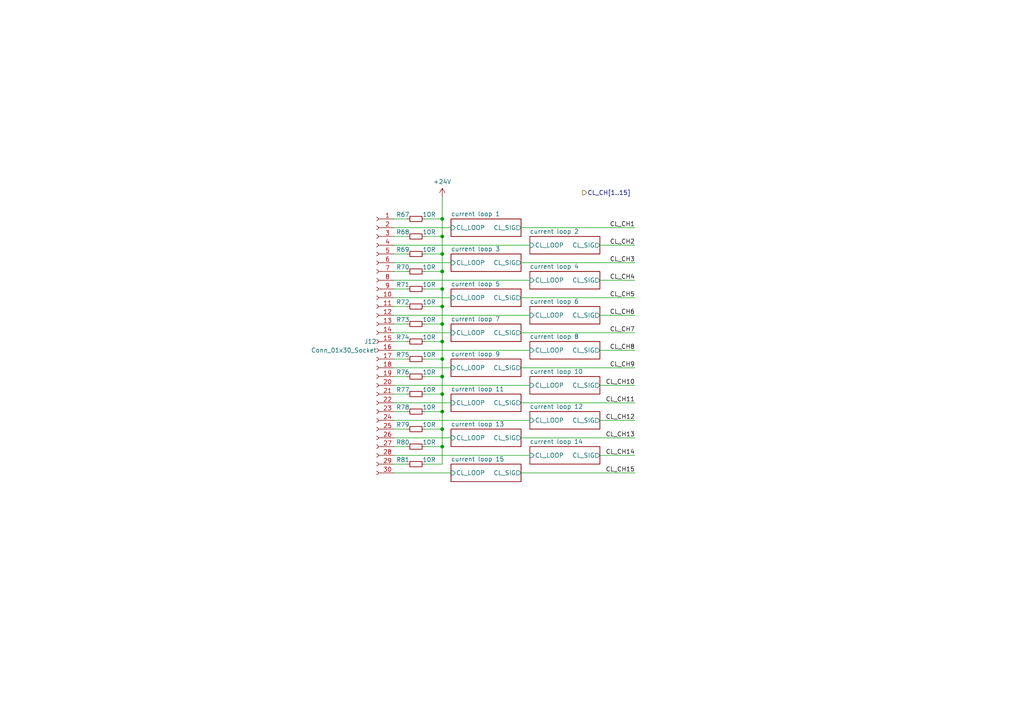
<source format=kicad_sch>
(kicad_sch (version 20250114) (generator "eeschema") (generator_version "9.0")
  (paper "A4")
  (lib_symbols
    (symbol "Connector:Conn_01x30_Socket" (pin_names (offset 1.016) (hide yes))
      (property "Reference" "J" (at 0 38.1 0))
      (property "Value" "Conn_01x30_Socket" (at 0 -40.64 0))
      (symbol "Conn_01x30_Socket_1_1"
        (polyline (pts (xy -1.27 35.56) (xy -0.508 35.56)) (stroke (width 0.1524)))
        (polyline (pts (xy -1.27 33.02) (xy -0.508 33.02)) (stroke (width 0.1524)))
        (polyline (pts (xy -1.27 30.48) (xy -0.508 30.48)) (stroke (width 0.1524)))
        (polyline (pts (xy -1.27 27.94) (xy -0.508 27.94)) (stroke (width 0.1524)))
        (polyline (pts (xy -1.27 25.4) (xy -0.508 25.4)) (stroke (width 0.1524)))
        (polyline (pts (xy -1.27 22.86) (xy -0.508 22.86)) (stroke (width 0.1524)))
        (polyline (pts (xy -1.27 20.32) (xy -0.508 20.32)) (stroke (width 0.1524)))
        (polyline (pts (xy -1.27 17.78) (xy -0.508 17.78)) (stroke (width 0.1524)))
        (polyline (pts (xy -1.27 15.24) (xy -0.508 15.24)) (stroke (width 0.1524)))
        (polyline (pts (xy -1.27 12.7) (xy -0.508 12.7)) (stroke (width 0.1524)))
        (polyline (pts (xy -1.27 10.16) (xy -0.508 10.16)) (stroke (width 0.1524)))
        (polyline (pts (xy -1.27 7.62) (xy -0.508 7.62)) (stroke (width 0.1524)))
        (polyline (pts (xy -1.27 5.08) (xy -0.508 5.08)) (stroke (width 0.1524)))
        (polyline (pts (xy -1.27 2.54) (xy -0.508 2.54)) (stroke (width 0.1524)))
        (polyline (pts (xy -1.27 0) (xy -0.508 0)) (stroke (width 0.1524)))
        (polyline (pts (xy -1.27 -2.54) (xy -0.508 -2.54)) (stroke (width 0.1524)))
        (polyline (pts (xy -1.27 -5.08) (xy -0.508 -5.08)) (stroke (width 0.1524)))
        (polyline (pts (xy -1.27 -7.62) (xy -0.508 -7.62)) (stroke (width 0.1524)))
        (polyline (pts (xy -1.27 -10.16) (xy -0.508 -10.16)) (stroke (width 0.1524)))
        (polyline (pts (xy -1.27 -12.7) (xy -0.508 -12.7)) (stroke (width 0.1524)))
        (polyline (pts (xy -1.27 -15.24) (xy -0.508 -15.24)) (stroke (width 0.1524)))
        (polyline (pts (xy -1.27 -17.78) (xy -0.508 -17.78)) (stroke (width 0.1524)))
        (polyline (pts (xy -1.27 -20.32) (xy -0.508 -20.32)) (stroke (width 0.1524)))
        (polyline (pts (xy -1.27 -22.86) (xy -0.508 -22.86)) (stroke (width 0.1524)))
        (polyline (pts (xy -1.27 -25.4) (xy -0.508 -25.4)) (stroke (width 0.1524)))
        (polyline (pts (xy -1.27 -27.94) (xy -0.508 -27.94)) (stroke (width 0.1524)))
        (polyline (pts (xy -1.27 -30.48) (xy -0.508 -30.48)) (stroke (width 0.1524)))
        (polyline (pts (xy -1.27 -33.02) (xy -0.508 -33.02)) (stroke (width 0.1524)))
        (polyline (pts (xy -1.27 -35.56) (xy -0.508 -35.56)) (stroke (width 0.1524)))
        (polyline (pts (xy -1.27 -38.1) (xy -0.508 -38.1)) (stroke (width 0.1524)))
        (arc (start 0 35.052) (mid -0.5058 35.56) (end 0 36.068) (stroke (width 0.1524)))
        (arc (start 0 32.512) (mid -0.5058 33.02) (end 0 33.528) (stroke (width 0.1524)))
        (arc (start 0 29.972) (mid -0.5058 30.48) (end 0 30.988) (stroke (width 0.1524)))
        (arc (start 0 27.432) (mid -0.5058 27.94) (end 0 28.448) (stroke (width 0.1524)))
        (arc (start 0 24.892) (mid -0.5058 25.4) (end 0 25.908) (stroke (width 0.1524)))
        (arc (start 0 22.352) (mid -0.5058 22.86) (end 0 23.368) (stroke (width 0.1524)))
        (arc (start 0 19.812) (mid -0.5058 20.32) (end 0 20.828) (stroke (width 0.1524)))
        (arc (start 0 17.272) (mid -0.5058 17.78) (end 0 18.288) (stroke (width 0.1524)))
        (arc (start 0 14.732) (mid -0.5058 15.24) (end 0 15.748) (stroke (width 0.1524)))
        (arc (start 0 12.192) (mid -0.5058 12.7) (end 0 13.208) (stroke (width 0.1524)))
        (arc (start 0 9.652) (mid -0.5058 10.16) (end 0 10.668) (stroke (width 0.1524)))
        (arc (start 0 7.112) (mid -0.5058 7.62) (end 0 8.128) (stroke (width 0.1524)))
        (arc (start 0 4.572) (mid -0.5058 5.08) (end 0 5.588) (stroke (width 0.1524)))
        (arc (start 0 2.032) (mid -0.5058 2.54) (end 0 3.048) (stroke (width 0.1524)))
        (arc (start 0 -0.508) (mid -0.5058 0) (end 0 0.508) (stroke (width 0.1524)))
        (arc (start 0 -3.048) (mid -0.5058 -2.54) (end 0 -2.032) (stroke (width 0.1524)))
        (arc (start 0 -5.588) (mid -0.5058 -5.08) (end 0 -4.572) (stroke (width 0.1524)))
        (arc (start 0 -8.128) (mid -0.5058 -7.62) (end 0 -7.112) (stroke (width 0.1524)))
        (arc (start 0 -10.668) (mid -0.5058 -10.16) (end 0 -9.652) (stroke (width 0.1524)))
        (arc (start 0 -13.208) (mid -0.5058 -12.7) (end 0 -12.192) (stroke (width 0.1524)))
        (arc (start 0 -15.748) (mid -0.5058 -15.24) (end 0 -14.732) (stroke (width 0.1524)))
        (arc (start 0 -18.288) (mid -0.5058 -17.78) (end 0 -17.272) (stroke (width 0.1524)))
        (arc (start 0 -20.828) (mid -0.5058 -20.32) (end 0 -19.812) (stroke (width 0.1524)))
        (arc (start 0 -23.368) (mid -0.5058 -22.86) (end 0 -22.352) (stroke (width 0.1524)))
        (arc (start 0 -25.908) (mid -0.5058 -25.4) (end 0 -24.892) (stroke (width 0.1524)))
        (arc (start 0 -28.448) (mid -0.5058 -27.94) (end 0 -27.432) (stroke (width 0.1524)))
        (arc (start 0 -30.988) (mid -0.5058 -30.48) (end 0 -29.972) (stroke (width 0.1524)))
        (arc (start 0 -33.528) (mid -0.5058 -33.02) (end 0 -32.512) (stroke (width 0.1524)))
        (arc (start 0 -36.068) (mid -0.5058 -35.56) (end 0 -35.052) (stroke (width 0.1524)))
        (arc (start 0 -38.608) (mid -0.5058 -38.1) (end 0 -37.592) (stroke (width 0.1524)))
        (pin passive line (at -5.08 35.56 0) (length 3.81) (name "Pin_1") (number "1"))
        (pin passive line (at -5.08 33.02 0) (length 3.81) (name "Pin_2") (number "2"))
        (pin passive line (at -5.08 30.48 0) (length 3.81) (name "Pin_3") (number "3"))
        (pin passive line (at -5.08 27.94 0) (length 3.81) (name "Pin_4") (number "4"))
        (pin passive line (at -5.08 25.4 0) (length 3.81) (name "Pin_5") (number "5"))
        (pin passive line (at -5.08 22.86 0) (length 3.81) (name "Pin_6") (number "6"))
        (pin passive line (at -5.08 20.32 0) (length 3.81) (name "Pin_7") (number "7"))
        (pin passive line (at -5.08 17.78 0) (length 3.81) (name "Pin_8") (number "8"))
        (pin passive line (at -5.08 15.24 0) (length 3.81) (name "Pin_9") (number "9"))
        (pin passive line (at -5.08 12.7 0) (length 3.81) (name "Pin_10") (number "10"))
        (pin passive line (at -5.08 10.16 0) (length 3.81) (name "Pin_11") (number "11"))
        (pin passive line (at -5.08 7.62 0) (length 3.81) (name "Pin_12") (number "12"))
        (pin passive line (at -5.08 5.08 0) (length 3.81) (name "Pin_13") (number "13"))
        (pin passive line (at -5.08 2.54 0) (length 3.81) (name "Pin_14") (number "14"))
        (pin passive line (at -5.08 0 0) (length 3.81) (name "Pin_15") (number "15"))
        (pin passive line (at -5.08 -2.54 0) (length 3.81) (name "Pin_16") (number "16"))
        (pin passive line (at -5.08 -5.08 0) (length 3.81) (name "Pin_17") (number "17"))
        (pin passive line (at -5.08 -7.62 0) (length 3.81) (name "Pin_18") (number "18"))
        (pin passive line (at -5.08 -10.16 0) (length 3.81) (name "Pin_19") (number "19"))
        (pin passive line (at -5.08 -12.7 0) (length 3.81) (name "Pin_20") (number "20"))
        (pin passive line (at -5.08 -15.24 0) (length 3.81) (name "Pin_21") (number "21"))
        (pin passive line (at -5.08 -17.78 0) (length 3.81) (name "Pin_22") (number "22"))
        (pin passive line (at -5.08 -20.32 0) (length 3.81) (name "Pin_23") (number "23"))
        (pin passive line (at -5.08 -22.86 0) (length 3.81) (name "Pin_24") (number "24"))
        (pin passive line (at -5.08 -25.4 0) (length 3.81) (name "Pin_25") (number "25"))
        (pin passive line (at -5.08 -27.94 0) (length 3.81) (name "Pin_26") (number "26"))
        (pin passive line (at -5.08 -30.48 0) (length 3.81) (name "Pin_27") (number "27"))
        (pin passive line (at -5.08 -33.02 0) (length 3.81) (name "Pin_28") (number "28"))
        (pin passive line (at -5.08 -35.56 0) (length 3.81) (name "Pin_29") (number "29"))
        (pin passive line (at -5.08 -38.1 0) (length 3.81) (name "Pin_30") (number "30"))
      )
    )
    (symbol "Device:R_Small" (pin_numbers (hide yes)) (pin_names (offset 0.254) (hide yes))
      (property "Reference" "R" (at 0.762 0.508 0))
      (property "Value" "R_Small" (at 0.762 -1.016 0))
      (symbol "R_Small_0_1"
        (rectangle (start -0.762 1.778) (end 0.762 -1.778) (stroke (width 0.2032)))
      )
      (symbol "R_Small_1_1"
        (pin passive line (at 0 2.54 270) (length 0.762) (name "~") (number "1"))
        (pin passive line (at 0 -2.54 90) (length 0.762) (name "~") (number "2"))
      )
    )
    (symbol "power:+24V" (power) (pin_numbers (hide yes)) (pin_names (offset 0) (hide yes))
      (property "Value" "+24V" (at 0 3.556 0))
      (symbol "+24V_0_1"
        (polyline (pts (xy -0.762 1.27) (xy 0 2.54)))
        (polyline (pts (xy 0 2.54) (xy 0.762 1.27)))
        (polyline (pts (xy 0 0) (xy 0 2.54)))
      )
      (symbol "+24V_1_1"
        (pin power_in line (at 0 0 90) (length 0) (name "~") (number "1"))
      )
    )
  )
  (junction (at 128.27 124.46))
  (junction (at 128.27 73.66))
  (junction (at 128.27 119.38))
  (junction (at 128.27 114.3))
  (junction (at 128.27 83.82))
  (junction (at 128.27 68.58))
  (junction (at 128.27 109.22))
  (junction (at 128.27 93.98))
  (junction (at 128.27 63.5))
  (junction (at 128.27 99.06))
  (junction (at 128.27 104.14))
  (junction (at 128.27 78.74))
  (junction (at 128.27 88.9))
  (junction (at 128.27 129.54))
  (wire (pts (xy 123.19 83.82) (xy 128.27 83.82)))
  (wire (pts (xy 151.13 86.36) (xy 184.15 86.36)))
  (wire (pts (xy 128.27 78.74) (xy 128.27 73.66)))
  (wire (pts (xy 128.27 57.15) (xy 128.27 63.5)))
  (wire (pts (xy 114.3 127) (xy 130.81 127)))
  (wire (pts (xy 114.3 73.66) (xy 118.11 73.66)))
  (wire (pts (xy 173.99 81.28) (xy 184.15 81.28)))
  (wire (pts (xy 114.3 129.54) (xy 118.11 129.54)))
  (wire (pts (xy 128.27 104.14) (xy 128.27 99.06)))
  (wire (pts (xy 114.3 63.5) (xy 118.11 63.5)))
  (wire (pts (xy 114.3 83.82) (xy 118.11 83.82)))
  (wire (pts (xy 114.3 66.04) (xy 130.81 66.04)))
  (wire (pts (xy 114.3 119.38) (xy 118.11 119.38)))
  (wire (pts (xy 128.27 83.82) (xy 128.27 78.74)))
  (wire (pts (xy 123.19 134.62) (xy 128.27 134.62)))
  (wire (pts (xy 151.13 127) (xy 184.15 127)))
  (wire (pts (xy 151.13 66.04) (xy 184.15 66.04)))
  (wire (pts (xy 128.27 109.22) (xy 128.27 104.14)))
  (wire (pts (xy 123.19 68.58) (xy 128.27 68.58)))
  (wire (pts (xy 151.13 76.2) (xy 184.15 76.2)))
  (wire (pts (xy 128.27 68.58) (xy 128.27 63.5)))
  (wire (pts (xy 114.3 121.92) (xy 153.67 121.92)))
  (wire (pts (xy 114.3 71.12) (xy 153.67 71.12)))
  (wire (pts (xy 173.99 91.44) (xy 184.15 91.44)))
  (wire (pts (xy 128.27 124.46) (xy 128.27 119.38)))
  (wire (pts (xy 173.99 111.76) (xy 184.15 111.76)))
  (wire (pts (xy 114.3 132.08) (xy 153.67 132.08)))
  (wire (pts (xy 114.3 124.46) (xy 118.11 124.46)))
  (wire (pts (xy 123.19 78.74) (xy 128.27 78.74)))
  (wire (pts (xy 128.27 88.9) (xy 128.27 83.82)))
  (wire (pts (xy 123.19 119.38) (xy 128.27 119.38)))
  (wire (pts (xy 114.3 91.44) (xy 153.67 91.44)))
  (wire (pts (xy 123.19 104.14) (xy 128.27 104.14)))
  (wire (pts (xy 114.3 86.36) (xy 130.81 86.36)))
  (wire (pts (xy 128.27 134.62) (xy 128.27 129.54)))
  (wire (pts (xy 128.27 99.06) (xy 128.27 93.98)))
  (wire (pts (xy 123.19 109.22) (xy 128.27 109.22)))
  (wire (pts (xy 114.3 68.58) (xy 118.11 68.58)))
  (wire (pts (xy 123.19 124.46) (xy 128.27 124.46)))
  (wire (pts (xy 114.3 109.22) (xy 118.11 109.22)))
  (wire (pts (xy 128.27 63.5) (xy 123.19 63.5)))
  (wire (pts (xy 114.3 106.68) (xy 130.81 106.68)))
  (wire (pts (xy 114.3 111.76) (xy 153.67 111.76)))
  (wire (pts (xy 123.19 88.9) (xy 128.27 88.9)))
  (wire (pts (xy 114.3 93.98) (xy 118.11 93.98)))
  (wire (pts (xy 128.27 114.3) (xy 128.27 109.22)))
  (wire (pts (xy 114.3 96.52) (xy 130.81 96.52)))
  (wire (pts (xy 128.27 119.38) (xy 128.27 114.3)))
  (wire (pts (xy 114.3 116.84) (xy 130.81 116.84)))
  (wire (pts (xy 114.3 99.06) (xy 118.11 99.06)))
  (wire (pts (xy 123.19 93.98) (xy 128.27 93.98)))
  (wire (pts (xy 123.19 99.06) (xy 128.27 99.06)))
  (wire (pts (xy 114.3 114.3) (xy 118.11 114.3)))
  (wire (pts (xy 151.13 96.52) (xy 184.15 96.52)))
  (wire (pts (xy 128.27 129.54) (xy 128.27 124.46)))
  (wire (pts (xy 151.13 106.68) (xy 184.15 106.68)))
  (wire (pts (xy 114.3 88.9) (xy 118.11 88.9)))
  (wire (pts (xy 173.99 121.92) (xy 184.15 121.92)))
  (wire (pts (xy 114.3 137.16) (xy 130.81 137.16)))
  (wire (pts (xy 114.3 78.74) (xy 118.11 78.74)))
  (wire (pts (xy 128.27 93.98) (xy 128.27 88.9)))
  (wire (pts (xy 123.19 129.54) (xy 128.27 129.54)))
  (wire (pts (xy 114.3 101.6) (xy 153.67 101.6)))
  (wire (pts (xy 123.19 73.66) (xy 128.27 73.66)))
  (wire (pts (xy 114.3 134.62) (xy 118.11 134.62)))
  (wire (pts (xy 114.3 76.2) (xy 130.81 76.2)))
  (wire (pts (xy 128.27 73.66) (xy 128.27 68.58)))
  (wire (pts (xy 151.13 116.84) (xy 184.15 116.84)))
  (wire (pts (xy 123.19 114.3) (xy 128.27 114.3)))
  (wire (pts (xy 173.99 101.6) (xy 184.15 101.6)))
  (wire (pts (xy 151.13 137.16) (xy 184.15 137.16)))
  (wire (pts (xy 173.99 132.08) (xy 184.15 132.08)))
  (wire (pts (xy 173.99 71.12) (xy 184.15 71.12)))
  (wire (pts (xy 114.3 81.28) (xy 153.67 81.28)))
  (wire (pts (xy 114.3 104.14) (xy 118.11 104.14)))
  (label "CL_CH2" (at 184.15 71.12 180))
  (label "CL_CH9" (at 184.15 106.68 180))
  (label "CL_CH15" (at 184.15 137.16 180))
  (label "CL_CH11" (at 184.15 116.84 180))
  (label "CL_CH10" (at 184.15 111.76 180))
  (label "CL_CH12" (at 184.15 121.92 180))
  (label "CL_CH1" (at 184.15 66.04 180))
  (label "CL_CH5" (at 184.15 86.36 180))
  (label "CL_CH3" (at 184.15 76.2 180))
  (label "CL_CH14" (at 184.15 132.08 180))
  (label "CL_CH8" (at 184.15 101.6 180))
  (label "CL_CH4" (at 184.15 81.28 180))
  (label "CL_CH13" (at 184.15 127 180))
  (label "CL_CH7" (at 184.15 96.52 180))
  (label "CL_CH6" (at 184.15 91.44 180))
  (hierarchical_label "CL_CH[1..15]" (shape output) (at 168.91 55.88 0))
  (symbol (lib_id "Device:R_Small") (at 120.65 114.3 90) (unit 1)
    (property "Reference" "R77" (at 116.84 113.03 90))
    (property "Value" "10R" (at 124.46 113.03 90))
    (property "Footprint" "Resistor_SMD:R_0603_1608Metric" (effects (hide yes)))
    (property "Description" "Resistor, small symbol" (effects (hide yes)))
  )
  (symbol (lib_id "Device:R_Small") (at 120.65 93.98 90) (unit 1)
    (property "Reference" "R73" (at 116.84 92.71 90))
    (property "Value" "10R" (at 124.46 92.71 90))
    (property "Footprint" "Resistor_SMD:R_0603_1608Metric" (effects (hide yes)))
    (property "Description" "Resistor, small symbol" (effects (hide yes)))
  )
  (symbol (lib_id "Device:R_Small") (at 120.65 134.62 90) (unit 1)
    (property "Reference" "R81" (at 116.84 133.35 90))
    (property "Value" "10R" (at 124.46 133.35 90))
    (property "Footprint" "Resistor_SMD:R_0603_1608Metric" (effects (hide yes)))
    (property "Description" "Resistor, small symbol" (effects (hide yes)))
  )
  (symbol (lib_id "Device:R_Small") (at 120.65 99.06 90) (unit 1)
    (property "Reference" "R74" (at 116.84 97.79 90))
    (property "Value" "10R" (at 124.46 97.79 90))
    (property "Footprint" "Resistor_SMD:R_0603_1608Metric" (effects (hide yes)))
    (property "Description" "Resistor, small symbol" (effects (hide yes)))
  )
  (symbol (lib_id "Device:R_Small") (at 120.65 109.22 90) (unit 1)
    (property "Reference" "R76" (at 116.84 107.95 90))
    (property "Value" "10R" (at 124.46 107.95 90))
    (property "Footprint" "Resistor_SMD:R_0603_1608Metric" (effects (hide yes)))
    (property "Description" "Resistor, small symbol" (effects (hide yes)))
  )
  (symbol (lib_id "Device:R_Small") (at 120.65 124.46 90) (unit 1)
    (property "Reference" "R79" (at 116.84 123.19 90))
    (property "Value" "10R" (at 124.46 123.19 90))
    (property "Footprint" "Resistor_SMD:R_0603_1608Metric" (effects (hide yes)))
    (property "Description" "Resistor, small symbol" (effects (hide yes)))
  )
  (symbol (lib_id "Device:R_Small") (at 120.65 83.82 90) (unit 1)
    (property "Reference" "R71" (at 116.84 82.55 90))
    (property "Value" "10R" (at 124.46 82.55 90))
    (property "Footprint" "Resistor_SMD:R_0603_1608Metric" (effects (hide yes)))
    (property "Description" "Resistor, small symbol" (effects (hide yes)))
  )
  (symbol (lib_id "Device:R_Small") (at 120.65 78.74 90) (unit 1)
    (property "Reference" "R70" (at 116.84 77.47 90))
    (property "Value" "10R" (at 124.46 77.47 90))
    (property "Footprint" "Resistor_SMD:R_0603_1608Metric" (effects (hide yes)))
    (property "Description" "Resistor, small symbol" (effects (hide yes)))
  )
  (symbol (lib_id "Device:R_Small") (at 120.65 68.58 90) (unit 1)
    (property "Reference" "R68" (at 116.84 67.31 90))
    (property "Value" "10R" (at 124.46 67.31 90))
    (property "Footprint" "Resistor_SMD:R_0603_1608Metric" (effects (hide yes)))
    (property "Description" "Resistor, small symbol" (effects (hide yes)))
  )
  (symbol (lib_id "power:+24V") (at 128.27 57.15 0) (unit 1)
    (property "Reference" "#PWR0132" (effects (hide yes)))
    (property "Value" "+24V" (at 128.27 52.705 0))
    (property "Description" "Power symbol creates a global label with name \"+24V\"" (effects (hide yes)))
  )
  (symbol (lib_id "Device:R_Small") (at 120.65 88.9 90) (unit 1)
    (property "Reference" "R72" (at 116.84 87.63 90))
    (property "Value" "10R" (at 124.46 87.63 90))
    (property "Footprint" "Resistor_SMD:R_0603_1608Metric" (effects (hide yes)))
    (property "Description" "Resistor, small symbol" (effects (hide yes)))
  )
  (symbol (lib_id "Device:R_Small") (at 120.65 129.54 90) (unit 1)
    (property "Reference" "R80" (at 116.84 128.27 90))
    (property "Value" "10R" (at 124.46 128.27 90))
    (property "Footprint" "Resistor_SMD:R_0603_1608Metric" (effects (hide yes)))
    (property "Description" "Resistor, small symbol" (effects (hide yes)))
  )
  (symbol (lib_id "Device:R_Small") (at 120.65 73.66 90) (unit 1)
    (property "Reference" "R69" (at 116.84 72.39 90))
    (property "Value" "10R" (at 124.46 72.39 90))
    (property "Footprint" "Resistor_SMD:R_0603_1608Metric" (effects (hide yes)))
    (property "Description" "Resistor, small symbol" (effects (hide yes)))
  )
  (symbol (lib_id "Connector:Conn_01x30_Socket") (at 109.22 99.06 0) (mirror y) (unit 1)
    (property "Reference" "J12" (at 109.22 99.0599 0) (effects (justify left)))
    (property "Value" "Conn_01x30_Socket" (at 109.22 101.5999 0) (effects (justify left)))
    (property "Footprint" "Connector_FFC-FPC:Amphenol_F32Q-1A7x1-11030_1x30-1MP_P0.5mm_Horizontal" (effects (hide yes)))
    (property "Description" "Generic connector, single row, 01x30, script generated" (effects (hide yes)))
  )
  (symbol (lib_id "Device:R_Small") (at 120.65 63.5 90) (unit 1)
    (property "Reference" "R67" (at 116.84 62.23 90))
    (property "Value" "10R" (at 124.46 62.23 90))
    (property "Footprint" "Resistor_SMD:R_0603_1608Metric" (effects (hide yes)))
    (property "Description" "Resistor, small symbol" (effects (hide yes)))
  )
  (symbol (lib_id "Device:R_Small") (at 120.65 104.14 90) (unit 1)
    (property "Reference" "R75" (at 116.84 102.87 90))
    (property "Value" "10R" (at 124.46 102.87 90))
    (property "Footprint" "Resistor_SMD:R_0603_1608Metric" (effects (hide yes)))
    (property "Description" "Resistor, small symbol" (effects (hide yes)))
  )
  (symbol (lib_id "Device:R_Small") (at 120.65 119.38 90) (unit 1)
    (property "Reference" "R78" (at 116.84 118.11 90))
    (property "Value" "10R" (at 124.46 118.11 90))
    (property "Footprint" "Resistor_SMD:R_0603_1608Metric" (effects (hide yes)))
    (property "Description" "Resistor, small symbol" (effects (hide yes)))
  )
  (sheet (at 130.81 134.62) (size 20.32 5.08) (stroke (width 0.1524))
    (property "Sheetname" "current loop 15" (at 130.81 133.9084 0) (effects (justify left bottom)))
    (property "Sheetfile" "current loop.kicad_sch" (effects (hide yes)))
    (pin "CL_LOOP" input (at 130.81 137.16 180))
    (pin "CL_SIG" output (at 151.13 137.16 0))
  )
  (sheet (at 130.81 114.3) (size 20.32 5.08) (stroke (width 0.1524))
    (property "Sheetname" "current loop 11" (at 130.81 113.5884 0) (effects (justify left bottom)))
    (property "Sheetfile" "current loop.kicad_sch" (effects (hide yes)))
    (pin "CL_LOOP" input (at 130.81 116.84 180))
    (pin "CL_SIG" output (at 151.13 116.84 0))
  )
  (sheet (at 130.81 93.98) (size 20.32 5.08) (stroke (width 0.1524))
    (property "Sheetname" "current loop 7" (at 130.81 93.2684 0) (effects (justify left bottom)))
    (property "Sheetfile" "current loop.kicad_sch" (effects (hide yes)))
    (pin "CL_LOOP" input (at 130.81 96.52 180))
    (pin "CL_SIG" output (at 151.13 96.52 0))
  )
  (sheet (at 153.67 99.06) (size 20.32 5.08) (stroke (width 0.1524))
    (property "Sheetname" "current loop 8" (at 153.67 98.3484 0) (effects (justify left bottom)))
    (property "Sheetfile" "current loop.kicad_sch" (effects (hide yes)))
    (pin "CL_LOOP" input (at 153.67 101.6 180))
    (pin "CL_SIG" output (at 173.99 101.6 0))
  )
  (sheet (at 130.81 73.66) (size 20.32 5.08) (stroke (width 0.1524))
    (property "Sheetname" "current loop 3" (at 130.81 72.9484 0) (effects (justify left bottom)))
    (property "Sheetfile" "current loop.kicad_sch" (effects (hide yes)))
    (pin "CL_LOOP" input (at 130.81 76.2 180))
    (pin "CL_SIG" output (at 151.13 76.2 0))
  )
  (sheet (at 130.81 104.14) (size 20.32 5.08) (stroke (width 0.1524))
    (property "Sheetname" "current loop 9" (at 130.81 103.4284 0) (effects (justify left bottom)))
    (property "Sheetfile" "current loop.kicad_sch" (effects (hide yes)))
    (pin "CL_LOOP" input (at 130.81 106.68 180))
    (pin "CL_SIG" output (at 151.13 106.68 0))
  )
  (sheet (at 153.67 88.9) (size 20.32 5.08) (stroke (width 0.1524))
    (property "Sheetname" "current loop 6" (at 153.67 88.1884 0) (effects (justify left bottom)))
    (property "Sheetfile" "current loop.kicad_sch" (effects (hide yes)))
    (pin "CL_LOOP" input (at 153.67 91.44 180))
    (pin "CL_SIG" output (at 173.99 91.44 0))
  )
  (sheet (at 130.81 83.82) (size 20.32 5.08) (stroke (width 0.1524))
    (property "Sheetname" "current loop 5" (at 130.81 83.1084 0) (effects (justify left bottom)))
    (property "Sheetfile" "current loop.kicad_sch" (effects (hide yes)))
    (pin "CL_LOOP" input (at 130.81 86.36 180))
    (pin "CL_SIG" output (at 151.13 86.36 0))
  )
  (sheet (at 153.67 119.38) (size 20.32 5.08) (stroke (width 0.1524))
    (property "Sheetname" "current loop 12" (at 153.67 118.6684 0) (effects (justify left bottom)))
    (property "Sheetfile" "current loop.kicad_sch" (effects (hide yes)))
    (pin "CL_LOOP" input (at 153.67 121.92 180))
    (pin "CL_SIG" output (at 173.99 121.92 0))
  )
  (sheet (at 153.67 109.22) (size 20.32 5.08) (stroke (width 0.1524))
    (property "Sheetname" "current loop 10" (at 153.67 108.5084 0) (effects (justify left bottom)))
    (property "Sheetfile" "current loop.kicad_sch" (effects (hide yes)))
    (pin "CL_LOOP" input (at 153.67 111.76 180))
    (pin "CL_SIG" output (at 173.99 111.76 0))
  )
  (sheet (at 130.81 63.5) (size 20.32 5.08) (stroke (width 0.1524))
    (property "Sheetname" "current loop 1" (at 130.81 62.7884 0) (effects (justify left bottom)))
    (property "Sheetfile" "current loop.kicad_sch" (effects (hide yes)))
    (pin "CL_LOOP" input (at 130.81 66.04 180))
    (pin "CL_SIG" output (at 151.13 66.04 0))
  )
  (sheet (at 153.67 129.54) (size 20.32 5.08) (stroke (width 0.1524))
    (property "Sheetname" "current loop 14" (at 153.67 128.8284 0) (effects (justify left bottom)))
    (property "Sheetfile" "current loop.kicad_sch" (effects (hide yes)))
    (pin "CL_LOOP" input (at 153.67 132.08 180))
    (pin "CL_SIG" output (at 173.99 132.08 0))
  )
  (sheet (at 130.81 124.46) (size 20.32 5.08) (stroke (width 0.1524))
    (property "Sheetname" "current loop 13" (at 130.81 123.7484 0) (effects (justify left bottom)))
    (property "Sheetfile" "current loop.kicad_sch" (effects (hide yes)))
    (pin "CL_LOOP" input (at 130.81 127 180))
    (pin "CL_SIG" output (at 151.13 127 0))
  )
  (sheet (at 153.67 78.74) (size 20.32 5.08) (stroke (width 0.1524))
    (property "Sheetname" "current loop 4" (at 153.67 78.0284 0) (effects (justify left bottom)))
    (property "Sheetfile" "current loop.kicad_sch" (effects (hide yes)))
    (pin "CL_LOOP" input (at 153.67 81.28 180))
    (pin "CL_SIG" output (at 173.99 81.28 0))
  )
  (sheet (at 153.67 68.58) (size 20.32 5.08) (stroke (width 0.1524))
    (property "Sheetname" "current loop 2" (at 153.67 67.8684 0) (effects (justify left bottom)))
    (property "Sheetfile" "current loop.kicad_sch" (effects (hide yes)))
    (pin "CL_LOOP" input (at 153.67 71.12 180))
    (pin "CL_SIG" output (at 173.99 71.12 0))
  )
)
</source>
